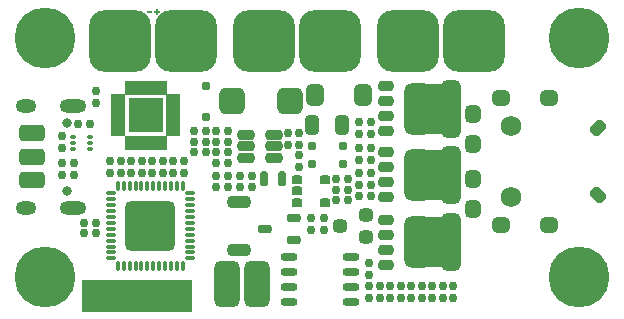
<source format=gbs>
G04*
G04 #@! TF.GenerationSoftware,Altium Limited,Altium Designer,21.6.1 (37)*
G04*
G04 Layer_Color=16711935*
%FSLAX25Y25*%
%MOIN*%
G70*
G04*
G04 #@! TF.SameCoordinates,AC7CD038-FE90-4222-8F95-758E89F8CD36*
G04*
G04*
G04 #@! TF.FilePolarity,Negative*
G04*
G01*
G75*
%ADD15R,0.37000X0.10500*%
%ADD18C,0.20285*%
%ADD19O,0.08868X0.04537*%
%ADD20O,0.06899X0.04537*%
%ADD21C,0.03159*%
%ADD22C,0.06899*%
G04:AMPARAMS|DCode=51|XSize=12mil|YSize=19.68mil|CornerRadius=3mil|HoleSize=0mil|Usage=FLASHONLY|Rotation=90.000|XOffset=0mil|YOffset=0mil|HoleType=Round|Shape=RoundedRectangle|*
%AMROUNDEDRECTD51*
21,1,0.01200,0.01369,0,0,90.0*
21,1,0.00600,0.01968,0,0,90.0*
1,1,0.00600,0.00684,0.00300*
1,1,0.00600,0.00684,-0.00300*
1,1,0.00600,-0.00684,-0.00300*
1,1,0.00600,-0.00684,0.00300*
%
%ADD51ROUNDEDRECTD51*%
G04:AMPARAMS|DCode=55|XSize=25mil|YSize=50mil|CornerRadius=6.25mil|HoleSize=0mil|Usage=FLASHONLY|Rotation=180.000|XOffset=0mil|YOffset=0mil|HoleType=Round|Shape=RoundedRectangle|*
%AMROUNDEDRECTD55*
21,1,0.02500,0.03750,0,0,180.0*
21,1,0.01250,0.05000,0,0,180.0*
1,1,0.01250,-0.00625,0.01875*
1,1,0.01250,0.00625,0.01875*
1,1,0.01250,0.00625,-0.01875*
1,1,0.01250,-0.00625,-0.01875*
%
%ADD55ROUNDEDRECTD55*%
G04:AMPARAMS|DCode=64|XSize=85.04mil|YSize=88.98mil|CornerRadius=21.26mil|HoleSize=0mil|Usage=FLASHONLY|Rotation=0.000|XOffset=0mil|YOffset=0mil|HoleType=Round|Shape=RoundedRectangle|*
%AMROUNDEDRECTD64*
21,1,0.08504,0.04646,0,0,0.0*
21,1,0.04252,0.08898,0,0,0.0*
1,1,0.04252,0.02126,-0.02323*
1,1,0.04252,-0.02126,-0.02323*
1,1,0.04252,-0.02126,0.02323*
1,1,0.04252,0.02126,0.02323*
%
%ADD64ROUNDEDRECTD64*%
G04:AMPARAMS|DCode=69|XSize=26mil|YSize=26mil|CornerRadius=8mil|HoleSize=0mil|Usage=FLASHONLY|Rotation=180.000|XOffset=0mil|YOffset=0mil|HoleType=Round|Shape=RoundedRectangle|*
%AMROUNDEDRECTD69*
21,1,0.02600,0.01000,0,0,180.0*
21,1,0.01000,0.02600,0,0,180.0*
1,1,0.01600,-0.00500,0.00500*
1,1,0.01600,0.00500,0.00500*
1,1,0.01600,0.00500,-0.00500*
1,1,0.01600,-0.00500,-0.00500*
%
%ADD69ROUNDEDRECTD69*%
G04:AMPARAMS|DCode=70|XSize=86mil|YSize=56mil|CornerRadius=15.5mil|HoleSize=0mil|Usage=FLASHONLY|Rotation=0.000|XOffset=0mil|YOffset=0mil|HoleType=Round|Shape=RoundedRectangle|*
%AMROUNDEDRECTD70*
21,1,0.08600,0.02500,0,0,0.0*
21,1,0.05500,0.05600,0,0,0.0*
1,1,0.03100,0.02750,-0.01250*
1,1,0.03100,-0.02750,-0.01250*
1,1,0.03100,-0.02750,0.01250*
1,1,0.03100,0.02750,0.01250*
%
%ADD70ROUNDEDRECTD70*%
%ADD71R,0.09252X0.17126*%
G04:AMPARAMS|DCode=72|XSize=33.47mil|YSize=51.18mil|CornerRadius=9.84mil|HoleSize=0mil|Usage=FLASHONLY|Rotation=90.000|XOffset=0mil|YOffset=0mil|HoleType=Round|Shape=RoundedRectangle|*
%AMROUNDEDRECTD72*
21,1,0.03347,0.03150,0,0,90.0*
21,1,0.01378,0.05118,0,0,90.0*
1,1,0.01968,0.01575,0.00689*
1,1,0.01968,0.01575,-0.00689*
1,1,0.01968,-0.01575,-0.00689*
1,1,0.01968,-0.01575,0.00689*
%
%ADD72ROUNDEDRECTD72*%
G04:AMPARAMS|DCode=73|XSize=171.26mil|YSize=92.52mil|CornerRadius=24.61mil|HoleSize=0mil|Usage=FLASHONLY|Rotation=90.000|XOffset=0mil|YOffset=0mil|HoleType=Round|Shape=RoundedRectangle|*
%AMROUNDEDRECTD73*
21,1,0.17126,0.04331,0,0,90.0*
21,1,0.12205,0.09252,0,0,90.0*
1,1,0.04921,0.02165,0.06102*
1,1,0.04921,0.02165,-0.06102*
1,1,0.04921,-0.02165,-0.06102*
1,1,0.04921,-0.02165,0.06102*
%
%ADD73ROUNDEDRECTD73*%
G04:AMPARAMS|DCode=74|XSize=190.95mil|YSize=64.96mil|CornerRadius=17.72mil|HoleSize=0mil|Usage=FLASHONLY|Rotation=90.000|XOffset=0mil|YOffset=0mil|HoleType=Round|Shape=RoundedRectangle|*
%AMROUNDEDRECTD74*
21,1,0.19095,0.02953,0,0,90.0*
21,1,0.15551,0.06496,0,0,90.0*
1,1,0.03543,0.01476,0.07776*
1,1,0.03543,0.01476,-0.07776*
1,1,0.03543,-0.01476,-0.07776*
1,1,0.03543,-0.01476,0.07776*
%
%ADD74ROUNDEDRECTD74*%
G04:AMPARAMS|DCode=75|XSize=53.24mil|YSize=57.18mil|CornerRadius=14.81mil|HoleSize=0mil|Usage=FLASHONLY|Rotation=90.000|XOffset=0mil|YOffset=0mil|HoleType=Round|Shape=RoundedRectangle|*
%AMROUNDEDRECTD75*
21,1,0.05324,0.02756,0,0,90.0*
21,1,0.02362,0.05718,0,0,90.0*
1,1,0.02962,0.01378,0.01181*
1,1,0.02962,0.01378,-0.01181*
1,1,0.02962,-0.01378,-0.01181*
1,1,0.02962,-0.01378,0.01181*
%
%ADD75ROUNDEDRECTD75*%
G04:AMPARAMS|DCode=76|XSize=57.18mil|YSize=53.24mil|CornerRadius=14.81mil|HoleSize=0mil|Usage=FLASHONLY|Rotation=90.000|XOffset=0mil|YOffset=0mil|HoleType=Round|Shape=RoundedRectangle|*
%AMROUNDEDRECTD76*
21,1,0.05718,0.02362,0,0,90.0*
21,1,0.02756,0.05324,0,0,90.0*
1,1,0.02962,0.01181,0.01378*
1,1,0.02962,0.01181,-0.01378*
1,1,0.02962,-0.01181,-0.01378*
1,1,0.02962,-0.01181,0.01378*
%
%ADD76ROUNDEDRECTD76*%
G04:AMPARAMS|DCode=77|XSize=39.47mil|YSize=53.24mil|CornerRadius=11.37mil|HoleSize=0mil|Usage=FLASHONLY|Rotation=45.000|XOffset=0mil|YOffset=0mil|HoleType=Round|Shape=RoundedRectangle|*
%AMROUNDEDRECTD77*
21,1,0.03947,0.03051,0,0,45.0*
21,1,0.01673,0.05324,0,0,45.0*
1,1,0.02273,0.01670,-0.00487*
1,1,0.02273,0.00487,-0.01670*
1,1,0.02273,-0.01670,0.00487*
1,1,0.02273,-0.00487,0.01670*
%
%ADD77ROUNDEDRECTD77*%
G04:AMPARAMS|DCode=78|XSize=39.47mil|YSize=53.24mil|CornerRadius=11.37mil|HoleSize=0mil|Usage=FLASHONLY|Rotation=315.000|XOffset=0mil|YOffset=0mil|HoleType=Round|Shape=RoundedRectangle|*
%AMROUNDEDRECTD78*
21,1,0.03947,0.03051,0,0,315.0*
21,1,0.01673,0.05324,0,0,315.0*
1,1,0.02273,-0.00487,-0.01670*
1,1,0.02273,-0.01670,-0.00487*
1,1,0.02273,0.00487,0.01670*
1,1,0.02273,0.01670,0.00487*
%
%ADD78ROUNDEDRECTD78*%
%ADD79R,0.11230X0.11624*%
G04:AMPARAMS|DCode=80|XSize=22mil|YSize=48mil|CornerRadius=8mil|HoleSize=0mil|Usage=FLASHONLY|Rotation=180.000|XOffset=0mil|YOffset=0mil|HoleType=Round|Shape=RoundedRectangle|*
%AMROUNDEDRECTD80*
21,1,0.02200,0.03200,0,0,180.0*
21,1,0.00600,0.04800,0,0,180.0*
1,1,0.01600,-0.00300,0.01600*
1,1,0.01600,0.00300,0.01600*
1,1,0.01600,0.00300,-0.01600*
1,1,0.01600,-0.00300,-0.01600*
%
%ADD80ROUNDEDRECTD80*%
G04:AMPARAMS|DCode=81|XSize=22mil|YSize=48mil|CornerRadius=8mil|HoleSize=0mil|Usage=FLASHONLY|Rotation=90.000|XOffset=0mil|YOffset=0mil|HoleType=Round|Shape=RoundedRectangle|*
%AMROUNDEDRECTD81*
21,1,0.02200,0.03200,0,0,90.0*
21,1,0.00600,0.04800,0,0,90.0*
1,1,0.01600,0.01600,0.00300*
1,1,0.01600,0.01600,-0.00300*
1,1,0.01600,-0.01600,-0.00300*
1,1,0.01600,-0.01600,0.00300*
%
%ADD81ROUNDEDRECTD81*%
G04:AMPARAMS|DCode=82|XSize=156mil|YSize=86mil|CornerRadius=23mil|HoleSize=0mil|Usage=FLASHONLY|Rotation=90.000|XOffset=0mil|YOffset=0mil|HoleType=Round|Shape=RoundedRectangle|*
%AMROUNDEDRECTD82*
21,1,0.15600,0.04000,0,0,90.0*
21,1,0.11000,0.08600,0,0,90.0*
1,1,0.04600,0.02000,0.05500*
1,1,0.04600,0.02000,-0.05500*
1,1,0.04600,-0.02000,-0.05500*
1,1,0.04600,-0.02000,0.05500*
%
%ADD82ROUNDEDRECTD82*%
%ADD83O,0.05718X0.02568*%
G04:AMPARAMS|DCode=84|XSize=43.4mil|YSize=45.37mil|CornerRadius=12.35mil|HoleSize=0mil|Usage=FLASHONLY|Rotation=270.000|XOffset=0mil|YOffset=0mil|HoleType=Round|Shape=RoundedRectangle|*
%AMROUNDEDRECTD84*
21,1,0.04340,0.02067,0,0,270.0*
21,1,0.01870,0.04537,0,0,270.0*
1,1,0.02470,-0.01034,-0.00935*
1,1,0.02470,-0.01034,0.00935*
1,1,0.02470,0.01034,0.00935*
1,1,0.02470,0.01034,-0.00935*
%
%ADD84ROUNDEDRECTD84*%
G04:AMPARAMS|DCode=85|XSize=26mil|YSize=26mil|CornerRadius=8mil|HoleSize=0mil|Usage=FLASHONLY|Rotation=270.000|XOffset=0mil|YOffset=0mil|HoleType=Round|Shape=RoundedRectangle|*
%AMROUNDEDRECTD85*
21,1,0.02600,0.01000,0,0,270.0*
21,1,0.01000,0.02600,0,0,270.0*
1,1,0.01600,-0.00500,-0.00500*
1,1,0.01600,-0.00500,0.00500*
1,1,0.01600,0.00500,0.00500*
1,1,0.01600,0.00500,-0.00500*
%
%ADD85ROUNDEDRECTD85*%
G04:AMPARAMS|DCode=86|XSize=206mil|YSize=206mil|CornerRadius=53mil|HoleSize=0mil|Usage=FLASHONLY|Rotation=90.000|XOffset=0mil|YOffset=0mil|HoleType=Round|Shape=RoundedRectangle|*
%AMROUNDEDRECTD86*
21,1,0.20600,0.10000,0,0,90.0*
21,1,0.10000,0.20600,0,0,90.0*
1,1,0.10600,0.05000,0.05000*
1,1,0.10600,0.05000,-0.05000*
1,1,0.10600,-0.05000,-0.05000*
1,1,0.10600,-0.05000,0.05000*
%
%ADD86ROUNDEDRECTD86*%
G04:AMPARAMS|DCode=87|XSize=25.68mil|YSize=29.62mil|CornerRadius=7.92mil|HoleSize=0mil|Usage=FLASHONLY|Rotation=90.000|XOffset=0mil|YOffset=0mil|HoleType=Round|Shape=RoundedRectangle|*
%AMROUNDEDRECTD87*
21,1,0.02568,0.01378,0,0,90.0*
21,1,0.00984,0.02962,0,0,90.0*
1,1,0.01584,0.00689,0.00492*
1,1,0.01584,0.00689,-0.00492*
1,1,0.01584,-0.00689,-0.00492*
1,1,0.01584,-0.00689,0.00492*
%
%ADD87ROUNDEDRECTD87*%
G04:AMPARAMS|DCode=88|XSize=25.68mil|YSize=29.62mil|CornerRadius=7.92mil|HoleSize=0mil|Usage=FLASHONLY|Rotation=180.000|XOffset=0mil|YOffset=0mil|HoleType=Round|Shape=RoundedRectangle|*
%AMROUNDEDRECTD88*
21,1,0.02568,0.01378,0,0,180.0*
21,1,0.00984,0.02962,0,0,180.0*
1,1,0.01584,-0.00492,0.00689*
1,1,0.01584,0.00492,0.00689*
1,1,0.01584,0.00492,-0.00689*
1,1,0.01584,-0.00492,-0.00689*
%
%ADD88ROUNDEDRECTD88*%
G04:AMPARAMS|DCode=89|XSize=65.06mil|YSize=45.37mil|CornerRadius=12.84mil|HoleSize=0mil|Usage=FLASHONLY|Rotation=270.000|XOffset=0mil|YOffset=0mil|HoleType=Round|Shape=RoundedRectangle|*
%AMROUNDEDRECTD89*
21,1,0.06506,0.01968,0,0,270.0*
21,1,0.03937,0.04537,0,0,270.0*
1,1,0.02568,-0.00984,-0.01968*
1,1,0.02568,-0.00984,0.01968*
1,1,0.02568,0.00984,0.01968*
1,1,0.02568,0.00984,-0.01968*
%
%ADD89ROUNDEDRECTD89*%
G04:AMPARAMS|DCode=90|XSize=30mil|YSize=36mil|CornerRadius=9mil|HoleSize=0mil|Usage=FLASHONLY|Rotation=90.000|XOffset=0mil|YOffset=0mil|HoleType=Round|Shape=RoundedRectangle|*
%AMROUNDEDRECTD90*
21,1,0.03000,0.01800,0,0,90.0*
21,1,0.01200,0.03600,0,0,90.0*
1,1,0.01800,0.00900,0.00600*
1,1,0.01800,0.00900,-0.00600*
1,1,0.01800,-0.00900,-0.00600*
1,1,0.01800,-0.00900,0.00600*
%
%ADD90ROUNDEDRECTD90*%
G04:AMPARAMS|DCode=91|XSize=76.87mil|YSize=37.5mil|CornerRadius=10.87mil|HoleSize=0mil|Usage=FLASHONLY|Rotation=0.000|XOffset=0mil|YOffset=0mil|HoleType=Round|Shape=RoundedRectangle|*
%AMROUNDEDRECTD91*
21,1,0.07687,0.01575,0,0,0.0*
21,1,0.05512,0.03750,0,0,0.0*
1,1,0.02175,0.02756,-0.00787*
1,1,0.02175,-0.02756,-0.00787*
1,1,0.02175,-0.02756,0.00787*
1,1,0.02175,0.02756,0.00787*
%
%ADD91ROUNDEDRECTD91*%
G04:AMPARAMS|DCode=92|XSize=29.62mil|YSize=45.37mil|CornerRadius=8.91mil|HoleSize=0mil|Usage=FLASHONLY|Rotation=90.000|XOffset=0mil|YOffset=0mil|HoleType=Round|Shape=RoundedRectangle|*
%AMROUNDEDRECTD92*
21,1,0.02962,0.02756,0,0,90.0*
21,1,0.01181,0.04537,0,0,90.0*
1,1,0.01781,0.01378,0.00591*
1,1,0.01781,0.01378,-0.00591*
1,1,0.01781,-0.01378,-0.00591*
1,1,0.01781,-0.01378,0.00591*
%
%ADD92ROUNDEDRECTD92*%
G04:AMPARAMS|DCode=93|XSize=33.56mil|YSize=57.18mil|CornerRadius=9.89mil|HoleSize=0mil|Usage=FLASHONLY|Rotation=270.000|XOffset=0mil|YOffset=0mil|HoleType=Round|Shape=RoundedRectangle|*
%AMROUNDEDRECTD93*
21,1,0.03356,0.03740,0,0,270.0*
21,1,0.01378,0.05718,0,0,270.0*
1,1,0.01978,-0.01870,-0.00689*
1,1,0.01978,-0.01870,0.00689*
1,1,0.01978,0.01870,0.00689*
1,1,0.01978,0.01870,-0.00689*
%
%ADD93ROUNDEDRECTD93*%
G04:AMPARAMS|DCode=94|XSize=37.5mil|YSize=76.87mil|CornerRadius=10.87mil|HoleSize=0mil|Usage=FLASHONLY|Rotation=0.000|XOffset=0mil|YOffset=0mil|HoleType=Round|Shape=RoundedRectangle|*
%AMROUNDEDRECTD94*
21,1,0.03750,0.05512,0,0,0.0*
21,1,0.01575,0.07687,0,0,0.0*
1,1,0.02175,0.00787,-0.02756*
1,1,0.02175,-0.00787,-0.02756*
1,1,0.02175,-0.00787,0.02756*
1,1,0.02175,0.00787,0.02756*
%
%ADD94ROUNDEDRECTD94*%
G04:AMPARAMS|DCode=95|XSize=166mil|YSize=166mil|CornerRadius=19mil|HoleSize=0mil|Usage=FLASHONLY|Rotation=0.000|XOffset=0mil|YOffset=0mil|HoleType=Round|Shape=RoundedRectangle|*
%AMROUNDEDRECTD95*
21,1,0.16600,0.12800,0,0,0.0*
21,1,0.12800,0.16600,0,0,0.0*
1,1,0.03800,0.06400,-0.06400*
1,1,0.03800,-0.06400,-0.06400*
1,1,0.03800,-0.06400,0.06400*
1,1,0.03800,0.06400,0.06400*
%
%ADD95ROUNDEDRECTD95*%
G04:AMPARAMS|DCode=96|XSize=32.58mil|YSize=15.84mil|CornerRadius=5.46mil|HoleSize=0mil|Usage=FLASHONLY|Rotation=0.000|XOffset=0mil|YOffset=0mil|HoleType=Round|Shape=RoundedRectangle|*
%AMROUNDEDRECTD96*
21,1,0.03258,0.00492,0,0,0.0*
21,1,0.02165,0.01584,0,0,0.0*
1,1,0.01092,0.01083,-0.00246*
1,1,0.01092,-0.01083,-0.00246*
1,1,0.01092,-0.01083,0.00246*
1,1,0.01092,0.01083,0.00246*
%
%ADD96ROUNDEDRECTD96*%
G04:AMPARAMS|DCode=97|XSize=32.58mil|YSize=15.84mil|CornerRadius=5.46mil|HoleSize=0mil|Usage=FLASHONLY|Rotation=270.000|XOffset=0mil|YOffset=0mil|HoleType=Round|Shape=RoundedRectangle|*
%AMROUNDEDRECTD97*
21,1,0.03258,0.00492,0,0,270.0*
21,1,0.02165,0.01584,0,0,270.0*
1,1,0.01092,-0.00246,-0.01083*
1,1,0.01092,-0.00246,0.01083*
1,1,0.01092,0.00246,0.01083*
1,1,0.01092,0.00246,-0.01083*
%
%ADD97ROUNDEDRECTD97*%
G04:AMPARAMS|DCode=98|XSize=61mil|YSize=71mil|CornerRadius=16.75mil|HoleSize=0mil|Usage=FLASHONLY|Rotation=180.000|XOffset=0mil|YOffset=0mil|HoleType=Round|Shape=RoundedRectangle|*
%AMROUNDEDRECTD98*
21,1,0.06100,0.03750,0,0,180.0*
21,1,0.02750,0.07100,0,0,180.0*
1,1,0.03350,-0.01375,0.01875*
1,1,0.03350,0.01375,0.01875*
1,1,0.03350,0.01375,-0.01875*
1,1,0.03350,-0.01375,-0.01875*
%
%ADD98ROUNDEDRECTD98*%
G36*
X47049Y99542D02*
X45289D01*
Y99999D01*
X47049D01*
Y99542D01*
D02*
G37*
G36*
X48916Y99985D02*
X49720D01*
Y99542D01*
X48916D01*
Y98719D01*
X48431D01*
Y99542D01*
X47618D01*
Y99985D01*
X48431D01*
Y100807D01*
X48916D01*
Y99985D01*
D02*
G37*
D15*
X42000Y5250D02*
D03*
D18*
X11500Y11500D02*
D03*
Y91000D02*
D03*
X189500D02*
D03*
Y11500D02*
D03*
D19*
X20827Y68528D02*
D03*
Y34472D02*
D03*
D20*
X5079Y68528D02*
D03*
Y34472D02*
D03*
D21*
X18858Y40122D02*
D03*
Y62878D02*
D03*
D22*
X166783Y38189D02*
D03*
Y61811D02*
D03*
D51*
X20653Y54031D02*
D03*
Y56000D02*
D03*
Y57968D02*
D03*
X26346D02*
D03*
Y56000D02*
D03*
Y54031D02*
D03*
D55*
X84453Y44000D02*
D03*
X90547D02*
D03*
D64*
X73854Y70000D02*
D03*
X93146D02*
D03*
D69*
X33000Y46000D02*
D03*
Y50000D02*
D03*
X36600Y46000D02*
D03*
Y50000D02*
D03*
X104500Y31000D02*
D03*
Y27000D02*
D03*
X147550Y8500D02*
D03*
Y4500D02*
D03*
X144050Y8500D02*
D03*
Y4500D02*
D03*
X126550D02*
D03*
Y8500D02*
D03*
X140550D02*
D03*
Y4500D02*
D03*
X137050Y8500D02*
D03*
Y4500D02*
D03*
X133550D02*
D03*
Y8500D02*
D03*
X130050D02*
D03*
Y4500D02*
D03*
X123050Y8500D02*
D03*
Y4500D02*
D03*
X119550D02*
D03*
Y8500D02*
D03*
X17000Y54500D02*
D03*
Y58500D02*
D03*
X116000Y59000D02*
D03*
Y63000D02*
D03*
Y50500D02*
D03*
Y54500D02*
D03*
X120000Y50500D02*
D03*
Y54500D02*
D03*
Y46000D02*
D03*
Y42000D02*
D03*
X116000Y46000D02*
D03*
Y42000D02*
D03*
X120000Y59000D02*
D03*
Y63000D02*
D03*
X100000Y31000D02*
D03*
Y27000D02*
D03*
X47100Y50000D02*
D03*
Y46000D02*
D03*
X43600Y50000D02*
D03*
Y46000D02*
D03*
X119500Y12000D02*
D03*
Y16000D02*
D03*
X54100Y50000D02*
D03*
Y46000D02*
D03*
X96000Y52000D02*
D03*
Y48000D02*
D03*
X57600Y50000D02*
D03*
Y46000D02*
D03*
X92500Y59500D02*
D03*
Y55500D02*
D03*
X40100Y50000D02*
D03*
Y46000D02*
D03*
X50600D02*
D03*
Y50000D02*
D03*
X96000Y59500D02*
D03*
Y55500D02*
D03*
X28500Y73500D02*
D03*
Y69500D02*
D03*
D70*
X7000Y43676D02*
D03*
Y51500D02*
D03*
Y59324D02*
D03*
D71*
X141134Y67528D02*
D03*
Y23000D02*
D03*
Y45472D02*
D03*
D72*
X125091Y60028D02*
D03*
Y65028D02*
D03*
Y70028D02*
D03*
Y75028D02*
D03*
Y15500D02*
D03*
Y20500D02*
D03*
Y25500D02*
D03*
Y30500D02*
D03*
Y37972D02*
D03*
Y42972D02*
D03*
Y47972D02*
D03*
Y52972D02*
D03*
D73*
X135819Y67528D02*
D03*
Y23000D02*
D03*
Y45472D02*
D03*
D74*
X146646Y67528D02*
D03*
Y23000D02*
D03*
Y45472D02*
D03*
D75*
X179382Y28740D02*
D03*
X163240D02*
D03*
Y71260D02*
D03*
X179382D02*
D03*
D76*
X154185Y34252D02*
D03*
Y44193D02*
D03*
Y55807D02*
D03*
Y65748D02*
D03*
D77*
X195635Y38865D02*
D03*
D78*
Y61135D02*
D03*
D79*
X45000Y65400D02*
D03*
D80*
X39094Y56250D02*
D03*
X41063D02*
D03*
X43031D02*
D03*
X45000D02*
D03*
X46968D02*
D03*
X48937D02*
D03*
X50906D02*
D03*
Y74550D02*
D03*
X48937D02*
D03*
X46968D02*
D03*
X45000D02*
D03*
X43031D02*
D03*
X41063D02*
D03*
X39094D02*
D03*
D81*
X54150Y59495D02*
D03*
Y61463D02*
D03*
Y63432D02*
D03*
Y65400D02*
D03*
Y67369D02*
D03*
Y69337D02*
D03*
Y71306D02*
D03*
X35850D02*
D03*
Y69337D02*
D03*
Y67369D02*
D03*
Y65400D02*
D03*
Y63432D02*
D03*
Y61463D02*
D03*
Y59495D02*
D03*
D82*
X72000Y9000D02*
D03*
X82000D02*
D03*
D83*
X113433Y18000D02*
D03*
Y13000D02*
D03*
Y8000D02*
D03*
Y3000D02*
D03*
X92567Y18000D02*
D03*
Y13000D02*
D03*
Y8000D02*
D03*
Y3000D02*
D03*
D84*
X118429Y32240D02*
D03*
X118429Y24760D02*
D03*
X109571Y28500D02*
D03*
D85*
X120000Y38500D02*
D03*
X116000D02*
D03*
X68500Y41500D02*
D03*
X72500D02*
D03*
X68500Y45000D02*
D03*
X72500D02*
D03*
X26500Y62500D02*
D03*
X22500D02*
D03*
X61000Y53000D02*
D03*
X65000D02*
D03*
Y60000D02*
D03*
X61000D02*
D03*
X21000Y45500D02*
D03*
X17000D02*
D03*
X112500Y40500D02*
D03*
X108500D02*
D03*
X61000Y56500D02*
D03*
X65000D02*
D03*
X21000Y49500D02*
D03*
X17000D02*
D03*
X28500Y26000D02*
D03*
X24500D02*
D03*
X112500Y37000D02*
D03*
X108500D02*
D03*
X112500Y44000D02*
D03*
X108500D02*
D03*
X68500Y53000D02*
D03*
X72500D02*
D03*
X76500Y41500D02*
D03*
X80500D02*
D03*
X76500Y45000D02*
D03*
X80500D02*
D03*
X68500Y49500D02*
D03*
X72500D02*
D03*
Y60000D02*
D03*
X68500D02*
D03*
X28500Y29500D02*
D03*
X24500D02*
D03*
X68500Y56500D02*
D03*
X72500D02*
D03*
D86*
X36500Y90000D02*
D03*
X132500D02*
D03*
X154500D02*
D03*
X106500D02*
D03*
X84500D02*
D03*
X58500D02*
D03*
D87*
X100266Y55000D02*
D03*
X110734D02*
D03*
X100266Y49000D02*
D03*
X110734D02*
D03*
D88*
X65000Y64766D02*
D03*
Y75234D02*
D03*
D89*
X100500Y62000D02*
D03*
X110500Y62000D02*
D03*
D90*
X95300Y36200D02*
D03*
Y43800D02*
D03*
X104700D02*
D03*
X95300Y40000D02*
D03*
X104700Y36200D02*
D03*
D91*
X76000Y36374D02*
D03*
Y20626D02*
D03*
D92*
X84595Y27500D02*
D03*
X94406Y23760D02*
D03*
Y31240D02*
D03*
D93*
X87724Y51260D02*
D03*
Y55000D02*
D03*
Y58740D02*
D03*
X78276D02*
D03*
Y55000D02*
D03*
Y51260D02*
D03*
D94*
X52591Y5000D02*
D03*
X32500D02*
D03*
D95*
X46500Y28500D02*
D03*
D96*
X33262Y17673D02*
D03*
Y19642D02*
D03*
Y21610D02*
D03*
Y23579D02*
D03*
Y25547D02*
D03*
Y27516D02*
D03*
Y29484D02*
D03*
Y31453D02*
D03*
Y33421D02*
D03*
Y35390D02*
D03*
Y37358D02*
D03*
Y39327D02*
D03*
X59738D02*
D03*
Y37358D02*
D03*
Y35390D02*
D03*
Y33421D02*
D03*
Y31453D02*
D03*
Y29484D02*
D03*
Y27516D02*
D03*
Y25547D02*
D03*
Y23579D02*
D03*
Y21610D02*
D03*
Y19642D02*
D03*
Y17673D02*
D03*
D97*
X35673Y41738D02*
D03*
X37642D02*
D03*
X39610D02*
D03*
X41579D02*
D03*
X43547D02*
D03*
X45516D02*
D03*
X47484D02*
D03*
X49453D02*
D03*
X51421D02*
D03*
X53390D02*
D03*
X55358D02*
D03*
X57327D02*
D03*
Y15262D02*
D03*
X55358D02*
D03*
X53390D02*
D03*
X51421D02*
D03*
X49453D02*
D03*
X47484D02*
D03*
X45516D02*
D03*
X43547D02*
D03*
X41579D02*
D03*
X39610D02*
D03*
X37642D02*
D03*
X35673D02*
D03*
D98*
X101500Y72000D02*
D03*
X117500D02*
D03*
M02*

</source>
